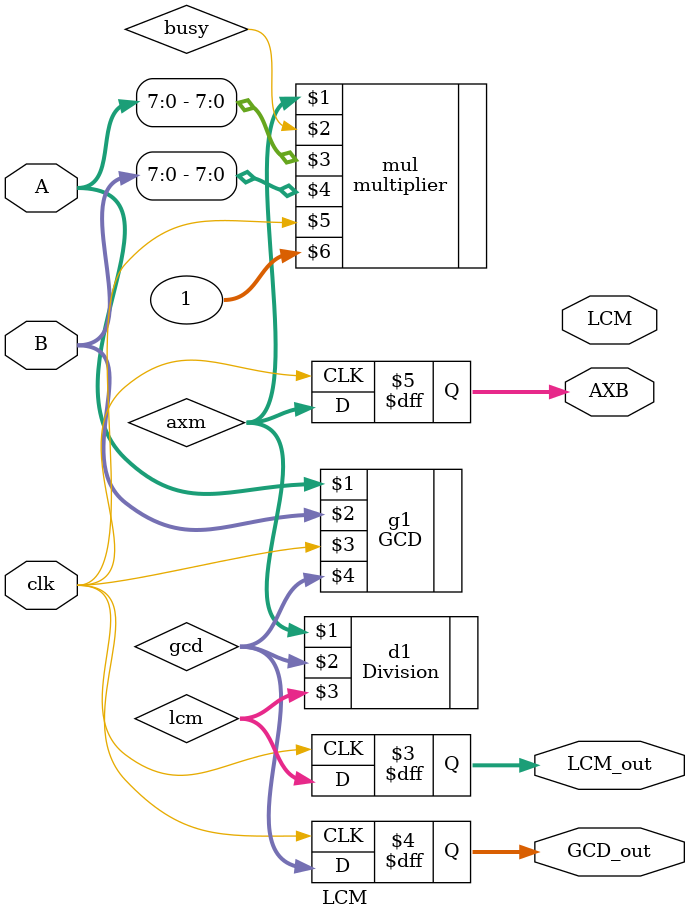
<source format=v>
`timescale 1ns / 1ps
module LCM(A,B,clk,LCM_out,GCD_out,AXB,LCM);
input [15:0]A,B;
input clk;
output reg [15:0]LCM_out,GCD_out,AXB,LCM;
wire busy;
wire [15:0] gcd, axm, lcm;

GCD g1(A,B,clk,gcd);
multiplier mul(axm,busy,A[7:0],B[7:0],clk,1);
Division d1(axm,gcd,lcm);

always @(posedge clk)
	begin
		LCM_out <= lcm;
		GCD_out <= gcd;
		AXB <= axm;
	end
endmodule

</source>
